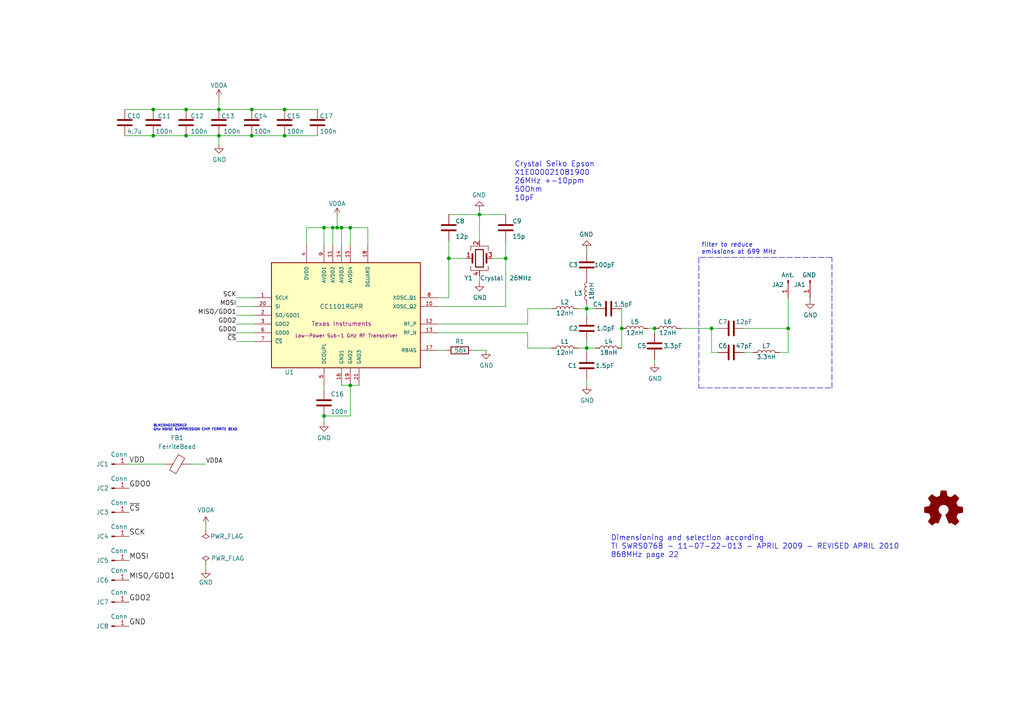
<source format=kicad_sch>
(kicad_sch (version 20211123) (generator eeschema)
  (paper "A4")
  (title_block (title "CC1101_868MHz_RF_Modul_FUEL4EP") (date "2023-08-28") (rev "1.1") (company "(C) FUEL4EP 2023") (comment 1 "fork of Jérômes CC1101_module https://github.com/jp112sdl/CC1101_Module ") (comment 2 "Creative Commons License, non-commercial") (comment 3 "for AsksinPP DIY devices") (comment 4 "868.3 MHz CC1101 RF tranceiver module prepared for JLCPCB assembly"))
  (lib_symbols
    (symbol "Connector:Conn_01x01_Male" (pin_names (offset 1.016) hide)
      (property "Reference" "J" (at 0 2.54 0))
      (property "Value" "Conn_01x01_Male" (at 0 -2.54 0))
      (symbol "Conn_01x01_Male_1_1"
        (polyline (pts (xy 1.27 0) (xy 0.8636 0)) (stroke (width 0.1524)))
        (rectangle (start 0.8636 0.127) (end 0 -0.127) (stroke (width 0.1524)) (fill (type outline)))
        (pin passive line (at 5.08 0 180) (length 3.81) (name "Pin_1") (number "1"))
      )
    )
    (symbol "Device:C" (pin_numbers hide) (pin_names (offset 0.254))
      (property "Reference" "C" (at 0.635 2.54 0))
      (property "Value" "C" (at 0.635 -2.54 0))
      (symbol "C_0_1"
        (polyline (pts (xy -2.032 -0.762) (xy 2.032 -0.762)) (stroke (width 0.508)))
        (polyline (pts (xy -2.032 0.762) (xy 2.032 0.762)) (stroke (width 0.508)))
      )
      (symbol "C_1_1"
        (pin passive line (at 0 3.81 270) (length 2.794) (name "~") (number "1"))
        (pin passive line (at 0 -3.81 90) (length 2.794) (name "~") (number "2"))
      )
    )
    (symbol "Device:Crystal_GND24" (pin_names (offset 1.016) hide)
      (property "Reference" "Y" (at 3.175 5.08 0))
      (property "Value" "Crystal_GND24" (at 3.175 3.175 0))
      (symbol "Crystal_GND24_0_1"
        (rectangle (start -1.143 2.54) (end 1.143 -2.54) (stroke (width 0.3048)))
        (polyline (pts (xy -2.54 0) (xy -2.032 0)))
        (polyline (pts (xy -2.032 -1.27) (xy -2.032 1.27)) (stroke (width 0.508)))
        (polyline (pts (xy 0 -3.81) (xy 0 -3.556)))
        (polyline (pts (xy 0 3.556) (xy 0 3.81)))
        (polyline (pts (xy 2.032 -1.27) (xy 2.032 1.27)) (stroke (width 0.508)))
        (polyline (pts (xy 2.032 0) (xy 2.54 0)))
        (polyline (pts (xy -2.54 -2.286) (xy -2.54 -3.556) (xy 2.54 -3.556) (xy 2.54 -2.286)))
        (polyline (pts (xy -2.54 2.286) (xy -2.54 3.556) (xy 2.54 3.556) (xy 2.54 2.286)))
      )
      (symbol "Crystal_GND24_1_1"
        (pin passive line (at -3.81 0 0) (length 1.27) (name "1") (number "1"))
        (pin passive line (at 0 5.08 270) (length 1.27) (name "2") (number "2"))
        (pin passive line (at 3.81 0 180) (length 1.27) (name "3") (number "3"))
        (pin passive line (at 0 -5.08 90) (length 1.27) (name "4") (number "4"))
      )
    )
    (symbol "Device:FerriteBead" (pin_numbers hide) (pin_names (offset 0))
      (property "Reference" "FB" (at -3.81 0.635 90))
      (property "Value" "FerriteBead" (at 3.81 0 90))
      (symbol "FerriteBead_0_1"
        (polyline (pts (xy 0 -1.27) (xy 0 -1.2192)))
        (polyline (pts (xy 0 1.27) (xy 0 1.2954)))
        (polyline (pts (xy -2.7686 0.4064) (xy -1.7018 2.2606) (xy 2.7686 -0.3048) (xy 1.6764 -2.159) (xy -2.7686 0.4064)))
      )
      (symbol "FerriteBead_1_1"
        (pin passive line (at 0 3.81 270) (length 2.54) (name "~") (number "1"))
        (pin passive line (at 0 -3.81 90) (length 2.54) (name "~") (number "2"))
      )
    )
    (symbol "Device:L" (pin_numbers hide) (pin_names (offset 1.016) hide)
      (property "Reference" "L" (at -1.27 0 90))
      (property "Value" "L" (at 1.905 0 90))
      (symbol "L_0_1"
        (arc (start 0 -2.54) (mid 0.635 -1.905) (end 0 -1.27))
        (arc (start 0 -1.27) (mid 0.635 -0.635) (end 0 0))
        (arc (start 0 0) (mid 0.635 0.635) (end 0 1.27))
        (arc (start 0 1.27) (mid 0.635 1.905) (end 0 2.54))
      )
      (symbol "L_1_1"
        (pin passive line (at 0 3.81 270) (length 1.27) (name "1") (number "1"))
        (pin passive line (at 0 -3.81 90) (length 1.27) (name "2") (number "2"))
      )
    )
    (symbol "Device:R" (pin_numbers hide) (pin_names (offset 0))
      (property "Reference" "R" (at 2.032 0 90))
      (property "Value" "R" (at 0 0 90))
      (symbol "R_0_1"
        (rectangle (start -1.016 -2.54) (end 1.016 2.54) (stroke (width 0.254)))
      )
      (symbol "R_1_1"
        (pin passive line (at 0 3.81 270) (length 1.27) (name "~") (number "1"))
        (pin passive line (at 0 -3.81 90) (length 1.27) (name "~") (number "2"))
      )
    )
    (symbol "FUEL4EP:CC1101RGPR" (pin_names (offset 1.016))
      (property "Reference" "U" (at -20.955 -18.415 0))
      (property "Value" "CC1101RGPR" (at -6.35 2.54 0))
      (symbol "CC1101RGPR_0_0"
        (rectangle (start -20.32 -15.24) (end 22.86 15.24) (stroke (width 0.254)) (fill (type background)))
        (pin input line (at -25.4 5.08 0) (length 5.08) (name "SCLK") (number "1"))
        (pin bidirectional line (at 27.94 2.54 180) (length 5.08) (name "XOSC_Q2") (number "10"))
        (pin power_in line (at -2.54 20.32 270) (length 5.08) (name "AVDD2") (number "11"))
        (pin bidirectional line (at 27.94 -2.54 180) (length 5.08) (name "RF_P") (number "12"))
        (pin bidirectional line (at 27.94 -5.08 180) (length 5.08) (name "RF_N") (number "13"))
        (pin power_in line (at 0 20.32 270) (length 5.08) (name "AVDD3") (number "14"))
        (pin power_in line (at 2.54 20.32 270) (length 5.08) (name "AVDD4") (number "15"))
        (pin power_in line (at 0 -20.32 90) (length 5.08) (name "GND1") (number "16"))
        (pin bidirectional line (at 27.94 -10.16 180) (length 5.08) (name "RBIAS") (number "17"))
        (pin power_in line (at 7.62 20.32 270) (length 5.08) (name "DGUARD") (number "18"))
        (pin power_in line (at 2.54 -20.32 90) (length 5.08) (name "GND2") (number "19"))
        (pin bidirectional line (at -25.4 0 0) (length 5.08) (name "SO/GDO1") (number "2"))
        (pin input line (at -25.4 2.54 0) (length 5.08) (name "SI") (number "20"))
        (pin power_in line (at 5.08 -20.32 90) (length 5.08) (name "GND3") (number "21"))
        (pin output line (at -25.4 -2.54 0) (length 5.08) (name "GDO2") (number "3"))
        (pin power_in line (at -10.16 20.32 270) (length 5.08) (name "DVDD") (number "4"))
        (pin bidirectional line (at -5.08 -20.32 90) (length 5.08) (name "DCOUPL") (number "5"))
        (pin output line (at -25.4 -5.08 0) (length 5.08) (name "GDO0") (number "6"))
        (pin input line (at -25.4 -7.62 0) (length 5.08) (name "~{CS}") (number "7"))
        (pin bidirectional line (at 27.94 5.08 180) (length 5.08) (name "XOSC_Q1") (number "8"))
        (pin power_in line (at -5.08 20.32 270) (length 5.08) (name "AVDD1") (number "9"))
      )
    )
    (symbol "Graphic:Logo_Open_Hardware_Small" (pin_names (offset 1.016))
      (symbol "Logo_Open_Hardware_Small_0_1"
        (polyline (pts (xy 3.3528 -4.3434) (xy 3.302 -4.318) (xy 3.175 -4.2418) (xy 2.9972 -4.1148) (xy 2.7686 -3.9624) (xy 2.54 -3.81) (xy 2.3622 -3.7084) (xy 2.2352 -3.6068) (xy 2.1844 -3.5814) (xy 2.159 -3.6068) (xy 2.0574 -3.6576) (xy 1.905 -3.7338) (xy 1.8034 -3.7846) (xy 1.6764 -3.8354) (xy 1.6002 -3.8354) (xy 1.6002 -3.8354) (xy 1.5494 -3.7338) (xy 1.4732 -3.5306) (xy 1.3462 -3.302) (xy 1.2446 -3.0226) (xy 1.1176 -2.7178) (xy 0.9652 -2.413) (xy 0.8636 -2.1082) (xy 0.7366 -1.8288) (xy 0.6604 -1.6256) (xy 0.6096 -1.4732) (xy 0.5842 -1.397) (xy 0.5842 -1.397) (xy 0.6604 -1.3208) (xy 0.7874 -1.2446) (xy 1.0414 -1.016) (xy 1.2954 -0.6858) (xy 1.4478 -0.3302) (xy 1.524 0.0762) (xy 1.4732 0.4572) (xy 1.3208 0.8128) (xy 1.0668 1.143) (xy 0.762 1.3716) (xy 0.4064 1.524) (xy 0 1.5748) (xy -0.381 1.5494) (xy -0.7366 1.397) (xy -1.0668 1.143) (xy -1.2192 0.9906) (xy -1.397 0.6604) (xy -1.524 0.3048) (xy -1.524 0.2286) (xy -1.4986 -0.1778) (xy -1.397 -0.5334) (xy -1.1938 -0.8636) (xy -0.9144 -1.143) (xy -0.8636 -1.1684) (xy -0.7366 -1.27) (xy -0.635 -1.3462) (xy -0.5842 -1.397) (xy -1.0668 -2.5908) (xy -1.143 -2.794) (xy -1.2954 -3.1242) (xy -1.397 -3.4036) (xy -1.4986 -3.6322) (xy -1.5748 -3.7846) (xy -1.6002 -3.8354) (xy -1.6002 -3.8354) (xy -1.651 -3.8354) (xy -1.7272 -3.81) (xy -1.905 -3.7338) (xy -2.0066 -3.683) (xy -2.1336 -3.6068) (xy -2.2098 -3.5814) (xy -2.2606 -3.6068) (xy -2.3622 -3.683) (xy -2.54 -3.81) (xy -2.7686 -3.9624) (xy -2.9718 -4.0894) (xy -3.1496 -4.2164) (xy -3.302 -4.318) (xy -3.3528 -4.3434) (xy -3.3782 -4.3434) (xy -3.429 -4.318) (xy -3.5306 -4.2164) (xy -3.7084 -4.064) (xy -3.937 -3.8354) (xy -3.9624 -3.81) (xy -4.1656 -3.6068) (xy -4.318 -3.4544) (xy -4.4196 -3.3274) (xy -4.445 -3.2766) (xy -4.445 -3.2766) (xy -4.4196 -3.2258) (xy -4.318 -3.0734) (xy -4.2164 -2.8956) (xy -4.064 -2.667) (xy -3.6576 -2.0828) (xy -3.8862 -1.5494) (xy -3.937 -1.3716) (xy -4.0386 -1.1684) (xy -4.0894 -1.0414) (xy -4.1148 -0.9652) (xy -4.191 -0.9398) (xy -4.318 -0.9144) (xy -4.5466 -0.8636) (xy -4.8006 -0.8128) (xy -5.0546 -0.7874) (xy -5.2578 -0.7366) (xy -5.4356 -0.7112) (xy -5.5118 -0.6858) (xy -5.5118 -0.6858) (xy -5.5372 -0.635) (xy -5.5372 -0.5588) (xy -5.5372 -0.4318) (xy -5.5626 -0.2286) (xy -5.5626 0.0762) (xy -5.5626 0.127) (xy -5.5372 0.4064) (xy -5.5372 0.635) (xy -5.5372 0.762) (xy -5.5372 0.8382) (xy -5.5372 0.8382) (xy -5.461 0.8382) (xy -5.3086 0.889) (xy -5.08 0.9144) (xy -4.826 0.9652) (xy -4.8006 0.9906) (xy -4.5466 1.0414) (xy -4.318 1.0668) (xy -4.1656 1.1176) (xy -4.0894 1.143) (xy -4.0894 1.143) (xy -4.0386 1.2446) (xy -3.9624 1.4224) (xy -3.8608 1.6256) (xy -3.7846 1.8288) (xy -3.7084 2.0066) (xy -3.6576 2.159) (xy -3.6322 2.2098) (xy -3.6322 2.2098) (xy -3.683 2.286) (xy -3.7592 2.413) (xy -3.8862 2.5908) (xy -4.064 2.8194) (xy -4.064 2.8448) (xy -4.2164 3.0734) (xy -4.3434 3.2512) (xy -4.4196 3.3782) (xy -4.445 3.4544) (xy -4.445 3.4544) (xy -4.3942 3.5052) (xy -4.2926 3.6322) (xy -4.1148 3.81) (xy -3.937 4.0132) (xy -3.8608 4.064) (xy -3.6576 4.2926) (xy -3.5052 4.4196) (xy -3.4036 4.4958) (xy -3.3528 4.5212) (xy -3.3528 4.5212) (xy -3.302 4.4704) (xy -3.1496 4.3688) (xy -2.9718 4.2418) (xy -2.7432 4.0894) (xy -2.7178 4.0894) (xy -2.4892 3.937) (xy -2.3114 3.81) (xy -2.1844 3.7084) (xy -2.1336 3.683) (xy -2.1082 3.683) (xy -2.032 3.7084) (xy -1.8542 3.7592) (xy -1.6764 3.8354) (xy -1.4732 3.937) (xy -1.27 4.0132) (xy -1.143 4.064) (xy -1.0668 4.1148) (xy -1.0668 4.1148) (xy -1.0414 4.191) (xy -1.016 4.3434) (xy -0.9652 4.572) (xy -0.9144 4.8514) (xy -0.889 4.9022) (xy -0.8382 5.1562) (xy -0.8128 5.3848) (xy -0.7874 5.5372) (xy -0.762 5.588) (xy -0.7112 5.6134) (xy -0.5842 5.6134) (xy -0.4064 5.6134) (xy -0.1524 5.6134) (xy 0.0762 5.6134) (xy 0.3302 5.6134) (xy 0.5334 5.6134) (xy 0.6858 5.588) (xy 0.7366 5.588) (xy 0.7366 5.588) (xy 0.762 5.5118) (xy 0.8128 5.334) (xy 0.8382 5.1054) (xy 0.9144 4.826) (xy 0.9144 4.7752) (xy 0.9652 4.5212) (xy 1.016 4.2926) (xy 1.0414 4.1402) (xy 1.0668 4.0894) (xy 1.0668 4.0894) (xy 1.1938 4.0386) (xy 1.3716 3.9624) (xy 1.5748 3.8608) (xy 2.0828 3.6576) (xy 2.7178 4.0894) (xy 2.7686 4.1402) (xy 2.9972 4.2926) (xy 3.175 4.4196) (xy 3.302 4.4958) (xy 3.3782 4.5212) (xy 3.3782 4.5212) (xy 3.429 4.4704) (xy 3.556 4.3434) (xy 3.7338 4.191) (xy 3.9116 3.9878) (xy 4.064 3.8354) (xy 4.2418 3.6576) (xy 4.3434 3.556) (xy 4.4196 3.4798) (xy 4.4196 3.429) (xy 4.4196 3.4036) (xy 4.3942 3.3274) (xy 4.2926 3.2004) (xy 4.1656 2.9972) (xy 4.0132 2.794) (xy 3.8862 2.5908) (xy 3.7592 2.3876) (xy 3.6576 2.2352) (xy 3.6322 2.159) (xy 3.6322 2.1336) (xy 3.683 2.0066) (xy 3.7592 1.8288) (xy 3.8608 1.6002) (xy 4.064 1.1176) (xy 4.3942 1.0414) (xy 4.5974 1.016) (xy 4.8768 0.9652) (xy 5.1308 0.9144) (xy 5.5372 0.8382) (xy 5.5626 -0.6604) (xy 5.4864 -0.6858) (xy 5.4356 -0.6858) (xy 5.2832 -0.7366) (xy 5.0546 -0.762) (xy 4.8006 -0.8128) (xy 4.5974 -0.8636) (xy 4.3688 -0.9144) (xy 4.2164 -0.9398) (xy 4.1402 -0.9398) (xy 4.1148 -0.9652) (xy 4.064 -1.0668) (xy 3.9878 -1.2446) (xy 3.9116 -1.4478) (xy 3.81 -1.651) (xy 3.7338 -1.8542) (xy 3.683 -2.0066) (xy 3.6576 -2.0828) (xy 3.683 -2.1336) (xy 3.7846 -2.2606) (xy 3.8862 -2.4638) (xy 4.0386 -2.667) (xy 4.191 -2.8956) (xy 4.318 -3.0734) (xy 4.3942 -3.2004) (xy 4.445 -3.2766) (xy 4.4196 -3.3274) (xy 4.3434 -3.429) (xy 4.1656 -3.5814) (xy 3.937 -3.8354) (xy 3.8862 -3.8608) (xy 3.683 -4.064) (xy 3.5306 -4.2164) (xy 3.4036 -4.318) (xy 3.3528 -4.3434)) (fill (type outline)))
      )
    )
    (symbol "power:GND" (power) (pin_names (offset 0))
      (property "Value" "GND" (at 0 -3.81 0))
      (symbol "GND_0_1"
        (polyline (pts (xy 0 0) (xy 0 -1.27) (xy 1.27 -1.27) (xy 0 -2.54) (xy -1.27 -1.27) (xy 0 -1.27)))
      )
      (symbol "GND_1_1"
        (pin power_in line (at 0 0 270) (length 0) hide (name "GND") (number "1"))
      )
    )
    (symbol "power:PWR_FLAG" (power) (pin_numbers hide) (pin_names (offset 0) hide)
      (property "Value" "PWR_FLAG" (at 0 3.81 0))
      (symbol "PWR_FLAG_0_0"
        (pin power_out line (at 0 0 90) (length 0) (name "pwr") (number "1"))
      )
      (symbol "PWR_FLAG_0_1"
        (polyline (pts (xy 0 0) (xy 0 1.27) (xy -1.016 1.905) (xy 0 2.54) (xy 1.016 1.905) (xy 0 1.27)))
      )
    )
    (symbol "power:VDDA" (power) (pin_names (offset 0))
      (property "Value" "VDDA" (at 0 3.81 0))
      (symbol "VDDA_0_1"
        (polyline (pts (xy -0.762 1.27) (xy 0 2.54)))
        (polyline (pts (xy 0 0) (xy 0 2.54)))
        (polyline (pts (xy 0 2.54) (xy 0.762 1.27)))
      )
      (symbol "VDDA_1_1"
        (pin power_in line (at 0 0 90) (length 0) hide (name "VDDA") (number "1"))
      )
    )
  )
  (junction (at 73.025 31.75))
  (junction (at 101.6 66.04))
  (junction (at 63.5 39.37))
  (junction (at 44.45 39.37))
  (junction (at 82.55 31.75))
  (junction (at 97.79 66.04))
  (junction (at 93.98 66.04))
  (junction (at 53.975 39.37))
  (junction (at 146.685 74.93))
  (junction (at 228.6 95.25))
  (junction (at 63.5 31.75))
  (junction (at 180.34 95.25))
  (junction (at 44.45 31.75))
  (junction (at 170.18 100.965))
  (junction (at 73.025 39.37))
  (junction (at 82.55 39.37))
  (junction (at 130.175 74.93))
  (junction (at 93.98 120.65))
  (junction (at 99.06 66.04))
  (junction (at 206.375 95.25))
  (junction (at 189.865 95.25))
  (junction (at 139.065 62.23))
  (junction (at 101.6 111.76))
  (junction (at 53.975 31.75))
  (junction (at 96.52 66.04))
  (junction (at 170.18 89.535))
  (wire (pts (xy 139.065 62.23) (xy 130.175 62.23)))
  (wire (pts (xy 146.685 62.23) (xy 139.065 62.23)))
  (wire (pts (xy 170.18 89.535) (xy 170.18 91.44)))
  (wire (pts (xy 101.6 120.65) (xy 93.98 120.65)))
  (wire (pts (xy 73.025 31.75) (xy 82.55 31.75)))
  (wire (pts (xy 44.45 39.37) (xy 53.975 39.37)))
  (wire (pts (xy 44.45 31.75) (xy 53.975 31.75)))
  (wire (pts (xy 127 96.52) (xy 153.035 96.52)))
  (wire (pts (xy 88.9 66.04) (xy 88.9 71.12)))
  (wire (pts (xy 139.065 62.23) (xy 139.065 69.85)))
  (wire (pts (xy 97.79 66.04) (xy 99.06 66.04)))
  (wire (pts (xy 170.18 100.965) (xy 170.18 99.06)))
  (wire (pts (xy 82.55 38.735) (xy 82.55 39.37)))
  (wire (pts (xy 170.18 88.265) (xy 170.18 89.535)))
  (wire (pts (xy 139.065 60.96) (xy 139.065 62.23)))
  (wire (pts (xy 197.485 95.25) (xy 206.375 95.25)))
  (wire (pts (xy 167.64 100.965) (xy 170.18 100.965)))
  (wire (pts (xy 101.6 66.04) (xy 106.68 66.04)))
  (wire (pts (xy 189.865 95.25) (xy 189.865 96.52)))
  (wire (pts (xy 130.175 74.93) (xy 130.175 86.36)))
  (wire (pts (xy 180.34 95.25) (xy 180.34 100.965)))
  (wire (pts (xy 170.18 100.965) (xy 170.18 102.235)))
  (wire (pts (xy 208.28 102.235) (xy 206.375 102.235)))
  (wire (pts (xy 130.175 86.36) (xy 127 86.36)))
  (wire (pts (xy 63.5 28.575) (xy 63.5 31.75)))
  (polyline (pts (xy 202.692 112.522) (xy 241.3 112.522)))
  (wire (pts (xy 106.68 66.04) (xy 106.68 71.12)))
  (wire (pts (xy 99.06 66.04) (xy 99.06 71.12)))
  (wire (pts (xy 63.5 39.37) (xy 63.5 41.91)))
  (wire (pts (xy 68.58 93.98) (xy 73.66 93.98)))
  (wire (pts (xy 63.5 31.75) (xy 73.025 31.75)))
  (wire (pts (xy 228.6 86.36) (xy 228.6 95.25)))
  (wire (pts (xy 127 93.98) (xy 153.035 93.98)))
  (polyline (pts (xy 241.3 74.676) (xy 202.692 74.676)))
  (wire (pts (xy 68.58 96.52) (xy 73.66 96.52)))
  (wire (pts (xy 59.69 163.83) (xy 59.69 165.1)))
  (wire (pts (xy 82.55 39.37) (xy 92.075 39.37)))
  (wire (pts (xy 153.035 89.535) (xy 160.02 89.535)))
  (polyline (pts (xy 241.3 112.522) (xy 241.3 74.676)))
  (wire (pts (xy 97.79 62.865) (xy 97.79 66.04)))
  (wire (pts (xy 170.18 100.965) (xy 172.72 100.965)))
  (wire (pts (xy 153.035 93.98) (xy 153.035 89.535)))
  (wire (pts (xy 127 88.9) (xy 146.685 88.9)))
  (wire (pts (xy 153.035 100.965) (xy 160.02 100.965)))
  (wire (pts (xy 101.6 111.76) (xy 99.06 111.76)))
  (wire (pts (xy 206.375 95.25) (xy 208.28 95.25)))
  (wire (pts (xy 36.195 31.75) (xy 44.45 31.75)))
  (wire (pts (xy 36.195 39.37) (xy 44.45 39.37)))
  (wire (pts (xy 170.18 72.39) (xy 170.18 73.025)))
  (wire (pts (xy 82.55 31.75) (xy 92.075 31.75)))
  (wire (pts (xy 130.175 69.85) (xy 130.175 74.93)))
  (wire (pts (xy 180.34 89.535) (xy 180.34 95.25)))
  (wire (pts (xy 215.9 95.25) (xy 228.6 95.25)))
  (wire (pts (xy 93.98 66.04) (xy 88.9 66.04)))
  (wire (pts (xy 53.975 39.37) (xy 63.5 39.37)))
  (wire (pts (xy 68.58 88.9) (xy 73.66 88.9)))
  (wire (pts (xy 93.98 66.04) (xy 96.52 66.04)))
  (wire (pts (xy 37.465 134.62) (xy 47.625 134.62)))
  (wire (pts (xy 101.6 66.04) (xy 101.6 71.12)))
  (wire (pts (xy 228.6 102.235) (xy 226.06 102.235)))
  (wire (pts (xy 101.6 111.76) (xy 101.6 120.65)))
  (wire (pts (xy 146.685 74.93) (xy 146.685 88.9)))
  (wire (pts (xy 68.58 86.36) (xy 73.66 86.36)))
  (wire (pts (xy 68.58 99.06) (xy 73.66 99.06)))
  (wire (pts (xy 99.06 66.04) (xy 101.6 66.04)))
  (wire (pts (xy 206.375 102.235) (xy 206.375 95.25)))
  (wire (pts (xy 93.98 120.65) (xy 93.98 122.555)))
  (wire (pts (xy 96.52 66.04) (xy 96.52 71.12)))
  (wire (pts (xy 228.6 95.25) (xy 228.6 102.235)))
  (wire (pts (xy 139.065 80.01) (xy 139.065 81.915)))
  (wire (pts (xy 234.95 86.36) (xy 234.95 86.995)))
  (wire (pts (xy 218.44 102.235) (xy 215.9 102.235)))
  (wire (pts (xy 170.18 109.855) (xy 170.18 111.76)))
  (wire (pts (xy 167.64 89.535) (xy 170.18 89.535)))
  (wire (pts (xy 68.58 91.44) (xy 73.66 91.44)))
  (polyline (pts (xy 202.692 74.676) (xy 202.692 112.522)))
  (wire (pts (xy 146.685 74.93) (xy 146.685 69.85)))
  (wire (pts (xy 130.175 74.93) (xy 135.255 74.93)))
  (wire (pts (xy 101.6 111.76) (xy 104.14 111.76)))
  (wire (pts (xy 127 101.6) (xy 129.54 101.6)))
  (wire (pts (xy 96.52 66.04) (xy 97.79 66.04)))
  (wire (pts (xy 153.035 96.52) (xy 153.035 100.965)))
  (wire (pts (xy 63.5 39.37) (xy 73.025 39.37)))
  (wire (pts (xy 73.025 39.37) (xy 82.55 39.37)))
  (wire (pts (xy 142.875 74.93) (xy 146.685 74.93)))
  (wire (pts (xy 137.16 101.6) (xy 140.97 101.6)))
  (wire (pts (xy 55.245 134.62) (xy 59.69 134.62)))
  (wire (pts (xy 53.975 31.75) (xy 63.5 31.75)))
  (wire (pts (xy 93.98 111.76) (xy 93.98 113.03)))
  (wire (pts (xy 59.69 152.4) (xy 59.69 153.67)))
  (wire (pts (xy 187.96 95.25) (xy 189.865 95.25)))
  (wire (pts (xy 189.865 104.14) (xy 189.865 105.41)))
  (wire (pts (xy 170.18 89.535) (xy 172.72 89.535)))
  (wire (pts (xy 93.98 71.12) (xy 93.98 66.04)))
  (text "BLM15HG102SN1D\nGHz NOISE SUPPRESSION CHIP FERRITE BEAD" (at 44.45 125.095 0) (effects (font (size 0.7 0.7)) (justify left bottom)))
  (text "Dimensioning and selection according \nTI SWRS076B - 11-07-22-013 - APRIL 2009 - REVISED APRIL 2010\n868MHz page 22" (at 177.165 161.925 0) (effects (font (size 1.524 1.524)) (justify left bottom)))
  (text "filter to reduce\nemissions at 699 MHz" (at 203.454 73.914 0) (effects (font (size 1.27 1.27)) (justify left bottom)))
  (text "Crystal Seiko Epson\nX1E000021081900\n26MHz +-10ppm\n50Ohm\n10pF" (at 149.225 58.42 0) (effects (font (size 1.524 1.524)) (justify left bottom)))
  (label "MISO{slash}GDO1" (at 68.58 91.44 180))
  (label "GDO0" (at 68.58 96.52 180))
  (label "GDO2" (at 37.465 174.625 0) (effects (font (size 1.524 1.524))))
  (label "MOSI" (at 68.58 88.9 180))
  (label "GND" (at 37.465 181.61 0) (effects (font (size 1.524 1.524))))
  (label "~{CS}" (at 37.465 148.59 0) (effects (font (size 1.524 1.524))))
  (label "GDO2" (at 68.58 93.98 180))
  (label "MISO{slash}GDO1" (at 37.465 168.275 0) (effects (font (size 1.524 1.524))))
  (label "VDD" (at 37.465 134.62 0) (effects (font (size 1.524 1.524))))
  (label "SCK" (at 68.58 86.36 180))
  (label "MOSI" (at 37.465 162.56 0) (effects (font (size 1.524 1.524))))
  (label "~{CS}" (at 68.58 99.06 180))
  (label "VDDA" (at 59.69 134.62 0))
  (label "GDO0" (at 37.465 141.605 0) (effects (font (size 1.524 1.524))))
  (label "SCK" (at 37.465 155.575 0) (effects (font (size 1.524 1.524))))
  (symbol (lib_id "Connector:Conn_01x01_Male") (at 32.385 155.575 0) (unit 1)
    (property "Reference" "JC4" (at 29.718 155.575 0))
    (property "Value" "Conn" (at 34.544 152.781 0))
    (property "Footprint" "FUEL4EP:edge_hole_Pitch1.27mm_Drill0.75mm_rounded" (effects hide))
  )
  (symbol (lib_id "Device:C") (at 73.025 35.56 0) (unit 1)
    (property "Reference" "C14" (at 73.66 33.655 0) (effects (justify left)))
    (property "Value" "100n" (at 73.66 38.1 0) (effects (justify left)))
    (property "Footprint" "Capacitor_SMD:C_0402_1005Metric" (effects hide))
    (property "LCSC" "C1525" (effects hide))
    (property "TYPE" "0402" (effects hide))
  )
  (symbol (lib_id "power:GND") (at 234.95 86.995 0) (unit 1)
    (property "Reference" "#PWR0103" (effects hide))
    (property "Value" "GND" (at 235.077 91.3892 0))
  )
  (symbol (lib_id "Device:C") (at 189.865 100.33 0) (mirror x) (unit 1)
    (property "Reference" "C5" (at 184.785 100.33 0) (effects (justify left)))
    (property "Value" "3.3pF" (at 192.405 100.33 0) (effects (justify left)))
    (property "Footprint" "Capacitor_SMD:C_0402_1005Metric" (effects hide))
    (property "LCSC" "C1565" (effects hide))
    (property "TYPE" "0402" (effects hide))
  )
  (symbol (lib_id "Device:L") (at 184.15 95.25 90) (unit 1)
    (property "Reference" "L5" (at 184.15 93.345 90))
    (property "Value" "12nH" (at 184.15 96.52 90))
    (property "Footprint" "Inductor_SMD:L_0402_1005Metric" (effects hide))
    (property "LCSC" "C2043991" (effects hide))
    (property "TYPE" "0402" (effects hide))
  )
  (symbol (lib_id "power:GND") (at 59.69 165.1 0) (unit 1)
    (property "Reference" "#PWR0105" (effects hide))
    (property "Value" "GND" (at 59.69 168.91 0))
  )
  (symbol (lib_id "Device:L") (at 222.25 102.235 90) (unit 1)
    (property "Reference" "L7" (at 222.25 100.33 90))
    (property "Value" "3.3nH" (at 222.25 103.505 90))
    (property "Footprint" "Inductor_SMD:L_0402_1005Metric" (effects hide))
    (property "LCSC" "C412273" (effects hide))
    (property "TYPE" "0402" (effects hide))
  )
  (symbol (lib_id "Device:C") (at 82.55 35.56 0) (unit 1)
    (property "Reference" "C15" (at 83.185 33.655 0) (effects (justify left)))
    (property "Value" "100n" (at 83.185 38.1 0) (effects (justify left)))
    (property "Footprint" "Capacitor_SMD:C_0402_1005Metric" (effects hide))
    (property "LCSC" "C1525" (effects hide))
    (property "TYPE" "0402" (effects hide))
  )
  (symbol (lib_id "Graphic:Logo_Open_Hardware_Small") (at 273.685 147.955 0) (unit 1)
    (property "Reference" "LOGO1" (effects hide))
    (property "Value" "Logo_Open_Hardware_Small" (effects hide))
    (property "Footprint" "FUEL4EP:CC-BY-ND-SA_bottom" (effects hide))
  )
  (symbol (lib_id "Device:L") (at 176.53 100.965 90) (unit 1)
    (property "Reference" "L4" (at 176.53 99.06 90))
    (property "Value" "18nH" (at 176.53 102.235 90))
    (property "Footprint" "Inductor_SMD:L_0402_1005Metric" (effects hide))
    (property "LCSC" "C908004" (effects hide))
    (property "TYPE" "0402" (effects hide))
  )
  (symbol (lib_id "Device:L") (at 170.18 84.455 180) (unit 1)
    (property "Reference" "L3" (at 166.497 85.09 0) (effects (justify right)))
    (property "Value" "18nH" (at 171.577 86.995 90) (effects (justify right)))
    (property "Footprint" "Inductor_SMD:L_0402_1005Metric" (effects hide))
    (property "LCSC" "C908004" (effects hide))
    (property "TYPE" "0402" (effects hide))
  )
  (symbol (lib_id "Device:C") (at 63.5 35.56 0) (unit 1)
    (property "Reference" "C13" (at 64.135 33.655 0) (effects (justify left)))
    (property "Value" "100n" (at 64.77 38.1 0) (effects (justify left)))
    (property "Footprint" "Capacitor_SMD:C_0402_1005Metric" (effects hide))
    (property "LCSC" "C1525" (effects hide))
    (property "TYPE" "0402" (effects hide))
  )
  (symbol (lib_id "Device:L") (at 163.83 100.965 90) (unit 1)
    (property "Reference" "L1" (at 163.83 99.06 90))
    (property "Value" "12nH" (at 163.83 102.235 90))
    (property "Footprint" "Inductor_SMD:L_0402_1005Metric" (effects hide))
    (property "LCSC" "C2043991" (effects hide))
    (property "TYPE" "0402" (effects hide))
  )
  (symbol (lib_id "power:GND") (at 140.97 101.6 0) (unit 1)
    (property "Reference" "#PWR01" (effects hide))
    (property "Value" "GND" (at 141.097 105.9942 0))
  )
  (symbol (lib_id "Device:C") (at 212.09 95.25 270) (mirror x) (unit 1)
    (property "Reference" "C7" (at 208.28 93.345 90) (effects (justify left)))
    (property "Value" "12pF" (at 213.36 93.345 90) (effects (justify left)))
    (property "Footprint" "Capacitor_SMD:C_0402_1005Metric" (effects hide))
    (property "LCSC" "C1547" (effects hide))
    (property "TYPE" "0402" (effects hide))
  )
  (symbol (lib_id "power:GND") (at 139.065 81.915 0) (unit 1)
    (property "Reference" "#PWR0101" (effects hide))
    (property "Value" "GND" (at 139.192 86.3092 0))
  )
  (symbol (lib_id "Device:C") (at 212.09 102.235 270) (mirror x) (unit 1)
    (property "Reference" "C6" (at 208.28 100.33 90) (effects (justify left)))
    (property "Value" "47pF" (at 213.36 100.33 90) (effects (justify left)))
    (property "Footprint" "Capacitor_SMD:C_0402_1005Metric" (effects hide))
    (property "LCSC" "C384800" (effects hide))
    (property "TYPE" "0402" (effects hide))
  )
  (symbol (lib_id "power:GND") (at 139.065 60.96 180) (unit 1)
    (property "Reference" "#PWR02" (effects hide))
    (property "Value" "GND" (at 138.938 56.5658 0))
  )
  (symbol (lib_id "power:VDDA") (at 59.69 152.4 0) (unit 1)
    (property "Reference" "#PWR0104" (effects hide))
    (property "Value" "VDDA" (at 59.69 147.955 0))
  )
  (symbol (lib_id "power:PWR_FLAG") (at 59.69 153.67 180) (unit 1)
    (property "Reference" "#FLG0101" (effects hide))
    (property "Value" "PWR_FLAG" (at 60.96 155.575 0) (effects (justify right)))
  )
  (symbol (lib_id "Device:FerriteBead") (at 51.435 134.62 90) (unit 1)
    (property "Reference" "FB1" (at 51.3842 127 90))
    (property "Value" "FerriteBead" (at 51.3842 129.54 90))
    (property "Footprint" "Inductor_SMD:L_0402_1005Metric" (effects hide))
    (property "Datasheet" "https://www.murata.com/products/productdata/8796740223006/ENFA0024.pdf?1531144803000" (effects hide))
    (property "LCSC" "C76889" (effects hide))
    (property "TYPE" "0402" (effects hide))
  )
  (symbol (lib_id "power:GND") (at 189.865 105.41 0) (unit 1)
    (property "Reference" "#PWR07" (effects hide))
    (property "Value" "GND" (at 189.992 109.8042 0))
  )
  (symbol (lib_id "power:VDDA") (at 63.5 28.575 0) (unit 1)
    (property "Reference" "#PWR08" (effects hide))
    (property "Value" "VDDA" (at 63.5 24.765 0))
  )
  (symbol (lib_id "Connector:Conn_01x01_Male") (at 32.385 148.59 0) (unit 1)
    (property "Reference" "JC3" (at 29.718 148.59 0))
    (property "Value" "Conn" (at 34.544 145.796 0))
    (property "Footprint" "FUEL4EP:edge_hole_Pitch1.27mm_Drill0.75mm_rounded" (effects hide))
  )
  (symbol (lib_id "power:VDDA") (at 97.79 62.865 0) (unit 1)
    (property "Reference" "#PWR011" (effects hide))
    (property "Value" "VDDA" (at 97.79 59.055 0))
  )
  (symbol (lib_id "FUEL4EP:CC1101RGPR") (at 99.06 91.44 0) (unit 1)
    (property "Reference" "U1" (at 82.55 107.95 0) (effects (justify left)))
    (property "Value" "CC1101RGPR" (at 92.71 88.9 0) (effects (justify left)))
    (property "Footprint" "Package_DFN_QFN:Texas_S-PVQFN-N20_EP2.4x2.4mm_ThermalVias" (effects hide))
    (property "Datasheet" "https://www.ti.com/lit/ds/symlink/cc1101.pdf" (effects hide))
    (property "MF" "Texas Instruments" (at 99.06 94.615 0) (effects (justify bottom)))
    (property "Description" "Low-Power Sub-1 GHz RF Transceiver" (at 100.457 97.917 0) (effects (font (size 1 1)) (justify bottom)))
    (property "Package" "QFN-20-EP(4x4)" (effects hide))
    (property "LCSC" "C29953" (effects hide))
    (property "TYPE" "QFN-20-EP(4x4)" (effects hide))
  )
  (symbol (lib_id "power:GND") (at 93.98 122.555 0) (unit 1)
    (property "Reference" "#PWR010" (effects hide))
    (property "Value" "GND" (at 93.98 127 0))
  )
  (symbol (lib_id "Device:C") (at 93.98 116.84 0) (unit 1)
    (property "Reference" "C16" (at 95.885 114.3 0) (effects (justify left)))
    (property "Value" "100n" (at 95.885 119.38 0) (effects (justify left)))
    (property "Footprint" "Capacitor_SMD:C_0402_1005Metric" (effects hide))
    (property "LCSC" "C1525" (effects hide))
    (property "TYPE" "0402" (effects hide))
  )
  (symbol (lib_id "Device:C") (at 53.975 35.56 0) (unit 1)
    (property "Reference" "C12" (at 55.245 33.655 0) (effects (justify left)))
    (property "Value" "100n" (at 55.245 38.1 0) (effects (justify left)))
    (property "Footprint" "Capacitor_SMD:C_0402_1005Metric" (effects hide))
    (property "LCSC" "C1525" (effects hide))
    (property "TYPE" "0402" (effects hide))
  )
  (symbol (lib_id "Device:C") (at 36.195 35.56 0) (unit 1)
    (property "Reference" "C10" (at 36.83 33.655 0) (effects (justify left)))
    (property "Value" "4.7u" (at 36.83 38.1 0) (effects (justify left)))
    (property "Footprint" "Capacitor_SMD:C_0402_1005Metric" (effects hide))
    (property "LCSC" "C23733" (effects hide))
    (property "TYPE" "0402" (effects hide))
  )
  (symbol (lib_id "power:GND") (at 170.18 72.39 180) (unit 1)
    (property "Reference" "#PWR05" (effects hide))
    (property "Value" "GND" (at 170.053 67.9958 0))
  )
  (symbol (lib_id "Connector:Conn_01x01_Male") (at 32.385 141.605 0) (unit 1)
    (property "Reference" "JC2" (at 29.718 141.605 0))
    (property "Value" "Conn" (at 34.544 138.811 0))
    (property "Footprint" "FUEL4EP:edge_hole_Pitch1.27mm_Drill0.75mm_rounded" (effects hide))
  )
  (symbol (lib_id "power:GND") (at 170.18 111.76 0) (unit 1)
    (property "Reference" "#PWR06" (effects hide))
    (property "Value" "GND" (at 170.307 116.1542 0))
  )
  (symbol (lib_id "power:PWR_FLAG") (at 59.69 163.83 0) (unit 1)
    (property "Reference" "#FLG0102" (effects hide))
    (property "Value" "PWR_FLAG" (at 66.04 161.925 0))
  )
  (symbol (lib_id "Device:C") (at 130.175 66.04 0) (unit 1)
    (property "Reference" "C8" (at 132.08 64.135 0) (effects (justify left)))
    (property "Value" "12p" (at 132.08 68.58 0) (effects (justify left)))
    (property "Footprint" "Capacitor_SMD:C_0402_1005Metric" (effects hide))
    (property "LCSC" "C1547" (effects hide))
    (property "TYPE" "0402" (effects hide))
  )
  (symbol (lib_id "Device:Crystal_GND24") (at 139.065 74.93 0) (unit 1)
    (property "Reference" "Y1" (at 135.89 80.645 0))
    (property "Value" "Crystal  26MHz" (at 146.685 80.645 0))
    (property "Footprint" "Crystal:Crystal_SMD_3225-4Pin_3.2x2.5mm" (effects hide))
    (property "Datasheet" "https://datasheet.lcsc.com/lcsc/2304140030_Seiko-Epson-X1E000021081900_C91747.pdf" (effects hide))
    (property "LCSC" "C91747" (effects hide))
    (property "TYPE" "SMD3225-4P" (effects hide))
  )
  (symbol (lib_id "Device:L") (at 163.83 89.535 90) (unit 1)
    (property "Reference" "L2" (at 163.83 87.63 90))
    (property "Value" "12nH" (at 163.83 90.805 90))
    (property "Footprint" "Inductor_SMD:L_0402_1005Metric" (effects hide))
    (property "LCSC" "C2043991" (effects hide))
    (property "TYPE" "0402" (effects hide))
  )
  (symbol (lib_id "Device:C") (at 44.45 35.56 0) (unit 1)
    (property "Reference" "C11" (at 45.72 33.655 0) (effects (justify left)))
    (property "Value" "100n" (at 45.085 38.1 0) (effects (justify left)))
    (property "Footprint" "Capacitor_SMD:C_0402_1005Metric" (effects hide))
    (property "LCSC" "C1525" (effects hide))
    (property "TYPE" "0402" (effects hide))
  )
  (symbol (lib_id "power:GND") (at 63.5 41.91 0) (unit 1)
    (property "Reference" "#PWR09" (effects hide))
    (property "Value" "GND" (at 63.627 46.3042 0))
  )
  (symbol (lib_id "Device:C") (at 170.18 95.25 0) (mirror y) (unit 1)
    (property "Reference" "C2" (at 167.64 95.25 0) (effects (justify left)))
    (property "Value" "1.0pF" (at 178.435 95.25 0) (effects (justify left)))
    (property "Footprint" "Capacitor_SMD:C_0402_1005Metric" (effects hide))
    (property "LCSC" "C710646" (effects hide))
    (property "TYPE" "0402" (effects hide))
  )
  (symbol (lib_id "Device:C") (at 170.18 106.045 0) (mirror y) (unit 1)
    (property "Reference" "C1" (at 167.386 106.045 0) (effects (justify left)))
    (property "Value" "1.5pF" (at 178.181 106.045 0) (effects (justify left)))
    (property "Footprint" "Capacitor_SMD:C_0402_1005Metric" (effects hide))
    (property "LCSC" "C76901" (effects hide))
    (property "TYPE" "0402" (effects hide))
  )
  (symbol (lib_id "Connector:Conn_01x01_Male") (at 228.6 81.28 270) (unit 1)
    (property "Reference" "JA2" (at 227.33 82.55 90) (effects (justify right)))
    (property "Value" "Ant." (at 230.378 79.756 90) (effects (justify right)))
    (property "Footprint" "FUEL4EP:edge_hole_Pitch2.28mm_Drill0.8mm" (effects hide))
  )
  (symbol (lib_id "Device:C") (at 170.18 76.835 0) (mirror y) (unit 1)
    (property "Reference" "C3" (at 167.64 76.835 0) (effects (justify left)))
    (property "Value" "100pF" (at 178.435 76.835 0) (effects (justify left)))
    (property "Footprint" "Capacitor_SMD:C_0402_1005Metric" (effects hide))
    (property "LCSC" "C1546" (effects hide))
    (property "TYPE" "0402" (effects hide))
  )
  (symbol (lib_id "Connector:Conn_01x01_Male") (at 32.385 174.625 0) (unit 1)
    (property "Reference" "JC7" (at 29.718 174.625 0))
    (property "Value" "Conn" (at 34.544 171.831 0))
    (property "Footprint" "FUEL4EP:edge_hole_Pitch1.27mm_Drill0.75mm_rounded" (effects hide))
  )
  (symbol (lib_id "Device:C") (at 92.075 35.56 0) (unit 1)
    (property "Reference" "C17" (at 92.71 33.655 0) (effects (justify left)))
    (property "Value" "100n" (at 92.71 38.1 0) (effects (justify left)))
    (property "Footprint" "Capacitor_SMD:C_0402_1005Metric" (effects hide))
    (property "LCSC" "C1525" (effects hide))
    (property "TYPE" "0402" (effects hide))
  )
  (symbol (lib_id "Connector:Conn_01x01_Male") (at 32.385 168.275 0) (unit 1)
    (property "Reference" "JC6" (at 29.718 168.275 0))
    (property "Value" "Conn" (at 34.544 165.481 0))
    (property "Footprint" "FUEL4EP:edge_hole_Pitch1.27mm_Drill0.75mm_rounded" (effects hide))
  )
  (symbol (lib_id "Device:L") (at 193.675 95.25 90) (unit 1)
    (property "Reference" "L6" (at 193.675 93.345 90))
    (property "Value" "12nH" (at 193.675 96.52 90))
    (property "Footprint" "Inductor_SMD:L_0402_1005Metric" (effects hide))
    (property "LCSC" "C2043991" (effects hide))
    (property "TYPE" "0402" (effects hide))
  )
  (symbol (lib_id "Connector:Conn_01x01_Male") (at 32.385 134.62 0) (unit 1)
    (property "Reference" "JC1" (at 29.718 134.62 0))
    (property "Value" "Conn" (at 34.544 131.826 0))
    (property "Footprint" "FUEL4EP:edge_hole_Pitch1.27mm_Drill0.75mm" (effects hide))
  )
  (symbol (lib_id "Connector:Conn_01x01_Male") (at 32.385 181.61 0) (unit 1)
    (property "Reference" "JC8" (at 29.718 181.61 0))
    (property "Value" "Conn" (at 34.544 178.816 0))
    (property "Footprint" "FUEL4EP:edge_hole_Pitch1.27mm_Drill0.75mm_rounded" (effects hide))
  )
  (symbol (lib_id "Connector:Conn_01x01_Male") (at 32.385 162.56 0) (unit 1)
    (property "Reference" "JC5" (at 29.718 162.56 0))
    (property "Value" "Conn" (at 34.544 159.766 0))
    (property "Footprint" "FUEL4EP:edge_hole_Pitch1.27mm_Drill0.75mm_rounded" (effects hide))
  )
  (symbol (lib_id "Connector:Conn_01x01_Male") (at 234.95 81.28 270) (unit 1)
    (property "Reference" "JA1" (at 233.68 82.55 90) (effects (justify right)))
    (property "Value" "GND" (at 236.728 79.756 90) (effects (justify right)))
    (property "Footprint" "FUEL4EP:edge_hole_Pitch2.28mm_Drill0.8mm" (effects hide))
  )
  (symbol (lib_id "Device:C") (at 146.685 66.04 0) (unit 1)
    (property "Reference" "C9" (at 148.59 64.135 0) (effects (justify left)))
    (property "Value" "15p" (at 148.59 68.58 0) (effects (justify left)))
    (property "Footprint" "Capacitor_SMD:C_0402_1005Metric" (effects hide))
    (property "LCSC" "C2169087" (effects hide))
    (property "TYPE" "0402" (effects hide))
  )
  (symbol (lib_id "Device:C") (at 176.53 89.535 90) (mirror x) (unit 1)
    (property "Reference" "C4" (at 174.625 88.265 90) (effects (justify left)))
    (property "Value" "1.5pF" (at 183.515 88.265 90) (effects (justify left)))
    (property "Footprint" "Capacitor_SMD:C_0402_1005Metric" (effects hide))
    (property "LCSC" "C76901" (effects hide))
    (property "TYPE" "0402" (effects hide))
  )
  (symbol (lib_id "Device:R") (at 133.35 101.6 270) (unit 1)
    (property "Reference" "R1" (at 133.35 99.06 90))
    (property "Value" "56k" (at 133.604 101.6 90))
    (property "Footprint" "Resistor_SMD:R_0402_1005Metric" (effects hide))
    (property "LCSC" "C25796" (effects hide))
    (property "TYPE" "0402" (effects hide))
  )
)
</source>
